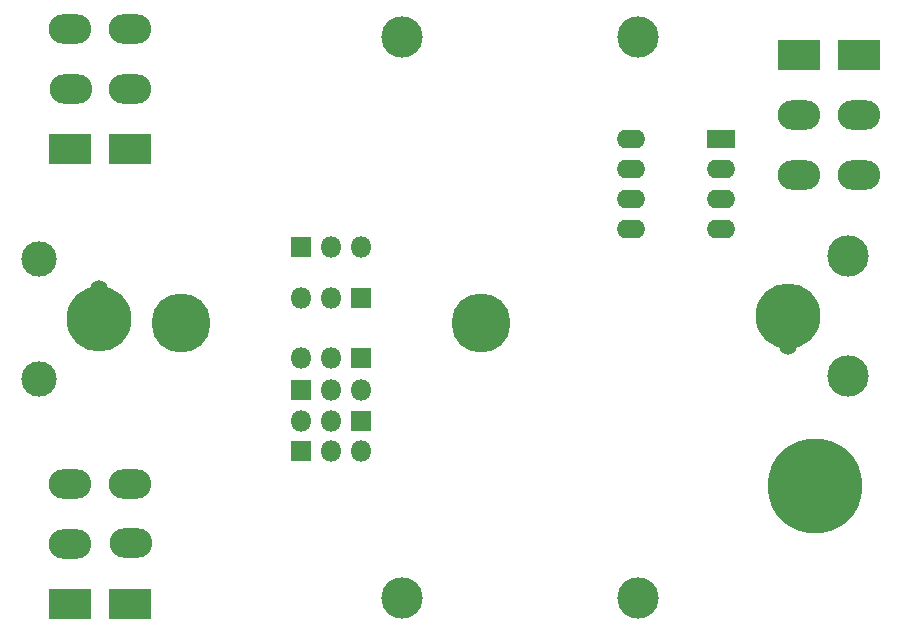
<source format=gbs>
G04 #@! TF.FileFunction,Soldermask,Bot*
%FSLAX46Y46*%
G04 Gerber Fmt 4.6, Leading zero omitted, Abs format (unit mm)*
G04 Created by KiCad (PCBNEW 4.0.2-stable) date 06/11/2017 10:09:17*
%MOMM*%
G01*
G04 APERTURE LIST*
%ADD10C,0.100000*%
%ADD11R,2.400000X1.600000*%
%ADD12O,2.400000X1.600000*%
%ADD13C,5.500000*%
%ADD14C,1.500000*%
%ADD15C,3.500000*%
%ADD16O,3.600000X2.500000*%
%ADD17R,3.600000X2.500000*%
%ADD18C,3.000000*%
%ADD19R,1.800000X1.800000*%
%ADD20O,1.800000X1.800000*%
%ADD21C,8.000000*%
%ADD22C,5.000000*%
G04 APERTURE END LIST*
D10*
D11*
X207010000Y-165100000D03*
D12*
X199390000Y-172720000D03*
X207010000Y-167640000D03*
X199390000Y-170180000D03*
X207010000Y-170180000D03*
X199390000Y-167640000D03*
X207010000Y-172720000D03*
X199390000Y-165100000D03*
D13*
X212664000Y-180086000D03*
D14*
X212664000Y-182626000D03*
D15*
X217744000Y-185166000D03*
X217744000Y-175006000D03*
D16*
X218694000Y-168148000D03*
X218694000Y-163068000D03*
D17*
X218694000Y-157988000D03*
X213614000Y-157988000D03*
D16*
X213614000Y-163068000D03*
X213614000Y-168148000D03*
X151920000Y-155840000D03*
X152020000Y-160884000D03*
D17*
X151920000Y-166000000D03*
X157000000Y-166000000D03*
D16*
X157000000Y-160920000D03*
X157000000Y-155840000D03*
X151920000Y-194340000D03*
X151920000Y-199420000D03*
D17*
X151920000Y-204500000D03*
X157000000Y-204500000D03*
D16*
X157020000Y-199284000D03*
X157000000Y-194340000D03*
D13*
X154366000Y-180340000D03*
D14*
X154366000Y-177800000D03*
D18*
X149286000Y-175260000D03*
X149286000Y-185420000D03*
D19*
X171450000Y-174244000D03*
D20*
X173990000Y-174244000D03*
X176530000Y-174244000D03*
D19*
X171450000Y-186372500D03*
D20*
X173990000Y-186372500D03*
X176530000Y-186372500D03*
D19*
X176530000Y-178562000D03*
D20*
X173990000Y-178562000D03*
X171450000Y-178562000D03*
D19*
X176530000Y-183642000D03*
D20*
X173990000Y-183642000D03*
X171450000Y-183642000D03*
D21*
X215000000Y-194500000D03*
D15*
X200000000Y-156500000D03*
X180000000Y-156500000D03*
X200000000Y-204000000D03*
X180000000Y-204000000D03*
D19*
X176530000Y-188976000D03*
D20*
X173990000Y-188976000D03*
X171450000Y-188976000D03*
D19*
X171450000Y-191516000D03*
D20*
X173990000Y-191516000D03*
X176530000Y-191516000D03*
D22*
X161290000Y-180721000D03*
X186690000Y-180721000D03*
M02*

</source>
